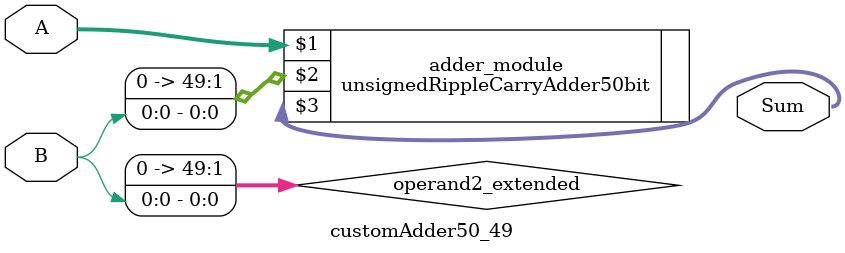
<source format=v>
module customAdder50_49(
                        input [49 : 0] A,
                        input [0 : 0] B,
                        
                        output [50 : 0] Sum
                );

        wire [49 : 0] operand2_extended;
        
        assign operand2_extended =  {49'b0, B};
        
        unsignedRippleCarryAdder50bit adder_module(
            A,
            operand2_extended,
            Sum
        );
        
        endmodule
        
</source>
